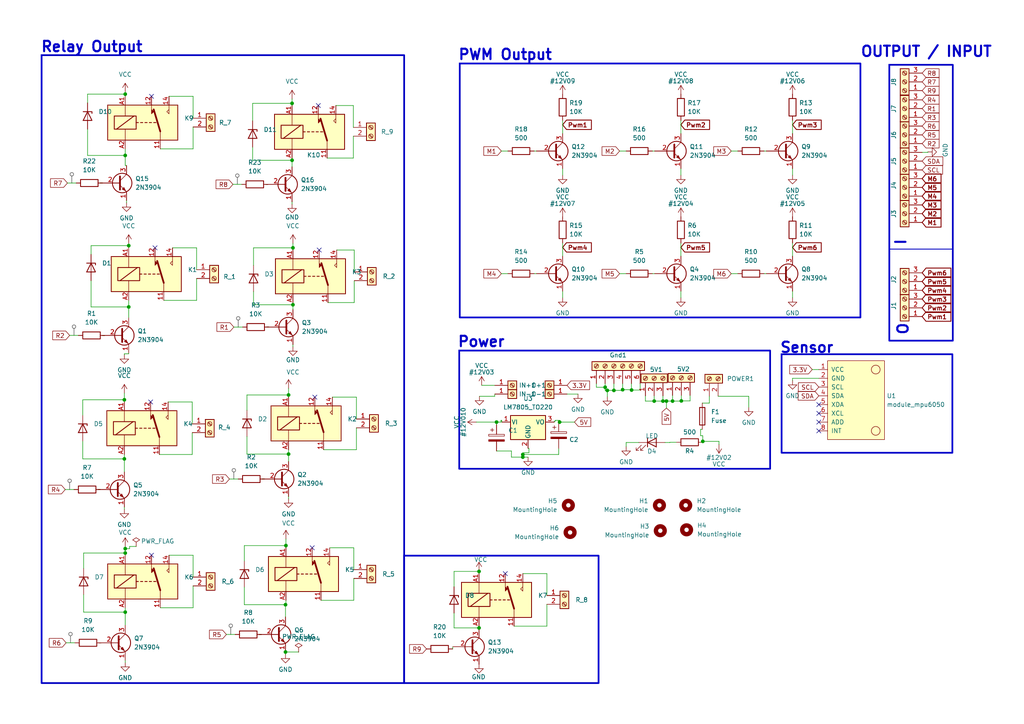
<source format=kicad_sch>
(kicad_sch (version 20230121) (generator eeschema)
  (paper "A4")
  (title_block (title "G Project") (date "2024-05-02") (rev "Shawky"))
  (junction (at 82.804 189.103))
  (junction (at 203.835 128.016))
  (junction (at 37.338 71.247))
  (junction (at 82.931 158.242))
  (junction (at 180.594 113.03))
  (junction (at 176.149 113.2332))
  (junction (at 84.709 46.482))
  (junction (at 189.738 116.332))
  (junction (at 183.1848 113.1316))
  (junction (at 195.072 116.332))
  (junction (at 138.938 165.735))
  (junction (at 151.638 132.588))
  (junction (at 37.338 89.027))
  (junction (at 83.693 131.699))
  (junction (at 36.068 115.951))
  (junction (at 82.804 175.387))
  (junction (at 36.322 159.131))
  (junction (at 197.612 116.2812))
  (junction (at 162.306 122.428))
  (junction (at 84.963 71.882))
  (junction (at 192.278 116.332))
  (junction (at 84.963 88.392))
  (junction (at 83.693 114.554))
  (junction (at 138.938 182.118))
  (junction (at 151.638 131.826))
  (junction (at 144.018 122.428))
  (junction (at 84.709 29.972))
  (junction (at 178.054 113.2332))
  (junction (at 36.322 27.305))
  (junction (at 175.514 112.3188))
  (junction (at 36.068 133.096))
  (junction (at 193.294 116.332))
  (junction (at 36.322 45.085))
  (junction (at 36.322 160.401))
  (junction (at 36.322 177.546))
  (no_connect (at 44.958 71.882))
  (no_connect (at 237.49 124.968))
  (no_connect (at 90.551 158.877))
  (no_connect (at 43.942 27.94))
  (no_connect (at 43.942 161.036))
  (no_connect (at 237.49 122.428))
  (no_connect (at 92.583 72.517))
  (no_connect (at 91.313 115.189))
  (no_connect (at 43.688 116.586))
  (no_connect (at 237.49 119.888))
  (no_connect (at 146.558 166.37))
  (no_connect (at 92.329 30.607))
  (no_connect (at 237.49 117.348))
  (wire (pts (xy 57.023 71.882) (xy 57.023 78.232)))
  (wire (pts (xy 56.007 176.276) (xy 46.482 176.276)))
  (wire (pts (xy 37.338 102.616) (xy 37.338 102.362)))
  (wire (pts (xy 102.489 39.497) (xy 102.489 45.847)))
  (wire (pts (xy 29.718 53.086) (xy 29.083 53.086)))
  (wire (pts (xy 36.322 158.496) (xy 36.322 159.131)))
  (wire (pts (xy 269.113 44.196) (xy 267.462 44.196)))
  (wire (pts (xy 83.693 144.018) (xy 83.693 144.653)))
  (wire (pts (xy 162.052 130.048) (xy 162.052 131.826)))
  (wire (pts (xy 158.623 181.61) (xy 149.098 181.61)))
  (wire (pts (xy 36.322 177.546) (xy 36.322 176.276)))
  (wire (pts (xy 203.2 124.5362) (xy 203.6826 124.5362)))
  (wire (pts (xy 20.193 97.282) (xy 22.733 97.282)))
  (wire (pts (xy 24.257 177.546) (xy 36.322 177.546)))
  (wire (pts (xy 24.257 160.401) (xy 36.322 160.401)))
  (wire (pts (xy 179.705 79.375) (xy 181.61 79.375)))
  (wire (pts (xy 24.257 164.846) (xy 24.257 160.401)))
  (wire (pts (xy 36.322 27.305) (xy 36.322 27.94)))
  (wire (pts (xy 131.699 177.8) (xy 131.699 182.118)))
  (wire (pts (xy 183.134 111.252) (xy 183.134 113.1316)))
  (wire (pts (xy 76.708 138.938) (xy 76.073 138.938)))
  (wire (pts (xy 237.49 109.728) (xy 229.87 109.728)))
  (wire (pts (xy 139.7 111.76) (xy 143.51 111.76)))
  (wire (pts (xy 97.409 30.607) (xy 102.489 30.607)))
  (wire (pts (xy 138.938 182.499) (xy 138.938 182.118)))
  (wire (pts (xy 193.294 116.332) (xy 195.072 116.332)))
  (wire (pts (xy 176.149 113.2332) (xy 178.054 113.2332)))
  (wire (pts (xy 164.465 114.3) (xy 167.64 114.3)))
  (wire (pts (xy 96.393 115.189) (xy 103.378 115.189)))
  (wire (pts (xy 175.514 112.3188) (xy 175.514 113.2332)))
  (wire (pts (xy 162.052 131.826) (xy 151.638 131.826)))
  (wire (pts (xy 36.068 114.046) (xy 36.068 115.951)))
  (wire (pts (xy 158.623 166.37) (xy 158.623 172.72)))
  (wire (pts (xy 36.068 136.906) (xy 36.068 133.096)))
  (wire (pts (xy 178.054 111.252) (xy 178.054 113.2332)))
  (wire (pts (xy 36.322 26.67) (xy 36.322 27.305)))
  (wire (pts (xy 161.036 122.174) (xy 160.782 122.174)))
  (wire (pts (xy 197.485 48.895) (xy 197.485 50.8)))
  (wire (pts (xy 36.322 181.356) (xy 36.322 177.546)))
  (wire (pts (xy 37.338 92.202) (xy 37.338 89.027)))
  (wire (pts (xy 197.612 114.681) (xy 197.612 116.2812)))
  (wire (pts (xy 197.3326 116.332) (xy 197.3326 116.2812)))
  (wire (pts (xy 163.195 70.485) (xy 163.195 74.295)))
  (wire (pts (xy 144.018 122.428) (xy 144.018 123.19)))
  (wire (pts (xy 24.003 133.096) (xy 36.068 133.096)))
  (wire (pts (xy 163.195 84.455) (xy 163.195 86.36)))
  (wire (pts (xy 179.705 43.815) (xy 181.61 43.815)))
  (wire (pts (xy 25.4 29.845) (xy 25.4 27.305)))
  (wire (pts (xy 73.533 71.882) (xy 84.963 71.882)))
  (wire (pts (xy 84.709 45.847) (xy 84.709 46.482)))
  (wire (pts (xy 56.007 169.926) (xy 56.007 176.276)))
  (wire (pts (xy 84.963 87.757) (xy 84.963 88.392)))
  (wire (pts (xy 158.623 175.26) (xy 158.623 181.61)))
  (wire (pts (xy 84.963 71.882) (xy 84.963 72.517)))
  (wire (pts (xy 197.485 34.925) (xy 197.485 38.735)))
  (wire (pts (xy 48.768 116.586) (xy 55.753 116.586)))
  (wire (pts (xy 24.003 128.016) (xy 24.003 133.096)))
  (wire (pts (xy 97.663 72.517) (xy 102.743 72.517)))
  (wire (pts (xy 36.322 191.516) (xy 36.322 192.151)))
  (wire (pts (xy 29.083 141.986) (xy 28.448 141.986)))
  (polyline (pts (xy 257.937 72.263) (xy 276.352 72.263)) (stroke (width 0.25)))
  (wire (pts (xy 70.866 162.687) (xy 70.866 158.242)))
  (wire (pts (xy 148.336 130.81) (xy 148.336 132.588)))
  (wire (pts (xy 82.931 175.387) (xy 82.931 174.117)))
  (wire (pts (xy 185.2676 128.3462) (xy 181.61 128.3462)))
  (wire (pts (xy 102.743 81.407) (xy 102.743 87.757)))
  (wire (pts (xy 84.709 46.482) (xy 84.709 48.387)))
  (wire (pts (xy 67.818 94.869) (xy 70.358 94.869)))
  (wire (pts (xy 75.819 184.023) (xy 75.184 184.023)))
  (wire (pts (xy 153.416 130.048) (xy 153.162 130.048)))
  (wire (pts (xy 102.743 72.517) (xy 102.743 78.867)))
  (wire (pts (xy 203.835 126.365) (xy 203.835 128.016)))
  (wire (pts (xy 39.497 158.496) (xy 37.592 158.496)))
  (wire (pts (xy 151.638 131.826) (xy 151.638 132.588)))
  (wire (pts (xy 181.61 128.3462) (xy 181.61 129.54)))
  (wire (pts (xy 37.338 71.247) (xy 37.338 71.882)))
  (wire (pts (xy 102.489 45.847) (xy 94.869 45.847)))
  (wire (pts (xy 83.693 131.699) (xy 83.693 130.429)))
  (wire (pts (xy 185.674 111.252) (xy 185.674 113.1316)))
  (wire (pts (xy 194.31 128.27) (xy 194.31 128.3462)))
  (wire (pts (xy 197.485 84.455) (xy 197.485 86.36)))
  (wire (pts (xy 103.378 124.079) (xy 103.378 130.429)))
  (wire (pts (xy 131.318 187.579) (xy 131.318 188.214)))
  (wire (pts (xy 102.616 174.117) (xy 93.091 174.117)))
  (wire (pts (xy 37.338 70.612) (xy 37.338 71.247)))
  (wire (pts (xy 57.023 87.122) (xy 47.498 87.122)))
  (wire (pts (xy 175.514 111.252) (xy 175.514 112.3188)))
  (wire (pts (xy 103.378 115.189) (xy 103.378 121.539)))
  (wire (pts (xy 229.87 109.728) (xy 229.87 110.363)))
  (wire (pts (xy 192.278 116.332) (xy 189.738 116.332)))
  (wire (pts (xy 145.288 121.92) (xy 145.542 121.92)))
  (wire (pts (xy 192.278 114.808) (xy 192.278 116.332)))
  (wire (pts (xy 208.28 114.935) (xy 217.17 114.935)))
  (wire (pts (xy 56.007 161.036) (xy 56.007 167.386)))
  (wire (pts (xy 26.416 81.407) (xy 26.416 89.027)))
  (wire (pts (xy 205.74 116.9162) (xy 205.74 114.935)))
  (wire (pts (xy 37.592 159.131) (xy 36.322 159.131)))
  (wire (pts (xy 183.1848 113.03) (xy 183.1848 113.1316)))
  (wire (pts (xy 229.87 34.925) (xy 229.87 38.735)))
  (wire (pts (xy 153.416 130.048) (xy 153.416 131.318)))
  (wire (pts (xy 189.23 43.815) (xy 189.865 43.815)))
  (wire (pts (xy 84.963 70.612) (xy 84.963 71.882)))
  (wire (pts (xy 83.693 114.554) (xy 83.693 115.189)))
  (wire (pts (xy 197.485 70.485) (xy 197.485 74.295)))
  (wire (pts (xy 192.278 116.332) (xy 193.294 116.332)))
  (wire (pts (xy 189.23 79.375) (xy 189.865 79.375)))
  (wire (pts (xy 82.804 175.387) (xy 82.931 175.387)))
  (wire (pts (xy 82.931 158.242) (xy 82.931 158.877)))
  (wire (pts (xy 269.113 44.069) (xy 269.113 44.196)))
  (wire (pts (xy 86.614 189.103) (xy 82.804 189.103)))
  (wire (pts (xy 138.938 182.118) (xy 138.938 181.61)))
  (wire (pts (xy 26.416 73.787) (xy 26.416 71.247)))
  (wire (pts (xy 162.306 122.428) (xy 166.624 122.428)))
  (wire (pts (xy 66.548 138.938) (xy 69.088 138.938)))
  (wire (pts (xy 36.068 147.066) (xy 36.068 147.701)))
  (wire (pts (xy 73.279 46.482) (xy 84.709 46.482)))
  (wire (pts (xy 154.94 79.375) (xy 155.575 79.375)))
  (wire (pts (xy 70.866 175.387) (xy 82.804 175.387)))
  (wire (pts (xy 71.628 131.699) (xy 83.693 131.699)))
  (wire (pts (xy 180.594 111.252) (xy 180.594 113.03)))
  (wire (pts (xy 36.703 58.166) (xy 36.703 58.801)))
  (wire (pts (xy 36.068 115.951) (xy 36.068 116.586)))
  (wire (pts (xy 25.4 27.305) (xy 36.322 27.305)))
  (wire (pts (xy 25.4 45.085) (xy 36.322 45.085)))
  (wire (pts (xy 71.628 118.999) (xy 71.628 114.554)))
  (wire (pts (xy 50.038 71.882) (xy 57.023 71.882)))
  (wire (pts (xy 144.018 130.81) (xy 148.336 130.81)))
  (wire (pts (xy 84.709 29.972) (xy 84.709 30.607)))
  (wire (pts (xy 83.693 112.649) (xy 83.693 114.554)))
  (wire (pts (xy 56.007 36.83) (xy 56.007 43.18)))
  (wire (pts (xy 18.923 141.986) (xy 21.463 141.986)))
  (wire (pts (xy 197.612 116.2812) (xy 197.3326 116.2812)))
  (wire (pts (xy 162.306 122.428) (xy 162.052 122.428)))
  (wire (pts (xy 102.616 167.767) (xy 102.616 174.117)))
  (wire (pts (xy 24.003 120.396) (xy 24.003 115.951)))
  (wire (pts (xy 189.738 116.332) (xy 187.198 116.332)))
  (wire (pts (xy 212.09 79.375) (xy 213.995 79.375)))
  (wire (pts (xy 102.743 87.757) (xy 95.123 87.757)))
  (wire (pts (xy 49.022 27.94) (xy 56.007 27.94)))
  (wire (pts (xy 29.337 186.436) (xy 28.702 186.436)))
  (wire (pts (xy 151.638 132.588) (xy 153.162 132.588)))
  (wire (pts (xy 71.628 114.554) (xy 83.693 114.554)))
  (wire (pts (xy 131.699 182.118) (xy 138.938 182.118)))
  (wire (pts (xy 163.195 48.895) (xy 163.195 50.8)))
  (wire (pts (xy 103.378 130.429) (xy 93.853 130.429)))
  (wire (pts (xy 203.6826 116.9162) (xy 205.74 116.9162)))
  (wire (pts (xy 197.612 116.2812) (xy 200.152 116.2812)))
  (wire (pts (xy 183.1848 113.1316) (xy 185.674 113.1316)))
  (wire (pts (xy 19.177 186.436) (xy 21.717 186.436)))
  (wire (pts (xy 175.514 113.2332) (xy 176.149 113.2332)))
  (wire (pts (xy 131.699 170.18) (xy 131.699 165.735)))
  (wire (pts (xy 138.176 122.428) (xy 144.018 122.428)))
  (wire (pts (xy 70.866 170.307) (xy 70.866 175.387)))
  (wire (pts (xy 235.585 107.188) (xy 237.49 107.188)))
  (wire (pts (xy 84.709 58.547) (xy 84.709 59.182)))
  (wire (pts (xy 195.072 114.681) (xy 195.072 116.332)))
  (wire (pts (xy 73.279 29.972) (xy 84.709 29.972)))
  (wire (pts (xy 193.294 118.364) (xy 193.294 116.332)))
  (wire (pts (xy 24.257 172.466) (xy 24.257 177.546)))
  (wire (pts (xy 65.659 184.023) (xy 68.199 184.023)))
  (wire (pts (xy 67.564 53.467) (xy 70.104 53.467)))
  (wire (pts (xy 71.628 126.619) (xy 71.628 131.699)))
  (wire (pts (xy 56.007 27.94) (xy 56.007 34.29)))
  (wire (pts (xy 102.616 158.877) (xy 102.616 165.227)))
  (wire (pts (xy 25.4 37.465) (xy 25.4 45.085)))
  (wire (pts (xy 145.415 43.815) (xy 147.32 43.815)))
  (wire (pts (xy 144.018 122.428) (xy 145.288 122.428)))
  (wire (pts (xy 194.31 128.3462) (xy 192.8876 128.3462)))
  (wire (pts (xy 172.974 112.3188) (xy 175.514 112.3188)))
  (wire (pts (xy 84.709 28.702) (xy 84.709 29.972)))
  (wire (pts (xy 138.938 165.608) (xy 138.938 165.735)))
  (polyline (pts (xy 276.352 72.263) (xy 276.352 71.882)))
  (wire (pts (xy 19.558 53.086) (xy 22.098 53.086)))
  (wire (pts (xy 153.416 131.318) (xy 151.638 131.318)))
  (wire (pts (xy 139.065 114.935) (xy 143.51 114.935)))
  (wire (pts (xy 131.699 165.735) (xy 138.938 165.735)))
  (wire (pts (xy 73.533 88.392) (xy 84.963 88.392)))
  (wire (pts (xy 148.336 132.588) (xy 151.638 132.588)))
  (wire (pts (xy 203.2 126.365) (xy 203.2 124.5362)))
  (wire (pts (xy 200.152 114.681) (xy 200.152 116.2812)))
  (wire (pts (xy 73.279 42.672) (xy 73.279 46.482)))
  (wire (pts (xy 37.592 158.496) (xy 37.592 159.131)))
  (wire (pts (xy 82.804 178.943) (xy 82.804 175.387)))
  (wire (pts (xy 73.279 35.052) (xy 73.279 29.972)))
  (wire (pts (xy 36.068 102.616) (xy 37.338 102.616)))
  (wire (pts (xy 24.003 115.951) (xy 36.068 115.951)))
  (wire (pts (xy 145.415 79.375) (xy 147.32 79.375)))
  (wire (pts (xy 180.594 113.03) (xy 180.594 113.2332)))
  (wire (pts (xy 73.533 84.582) (xy 73.533 88.392)))
  (wire (pts (xy 145.542 121.92) (xy 145.542 122.428)))
  (wire (pts (xy 36.322 48.006) (xy 36.322 45.085)))
  (wire (pts (xy 73.533 76.962) (xy 73.533 71.882)))
  (wire (pts (xy 145.288 122.428) (xy 145.288 121.92)))
  (wire (pts (xy 221.615 43.815) (xy 222.25 43.815)))
  (wire (pts (xy 138.938 165.735) (xy 138.938 166.37)))
  (wire (pts (xy 180.594 113.03) (xy 183.1848 113.03)))
  (wire (pts (xy 229.87 70.485) (xy 229.87 74.295)))
  (wire (pts (xy 30.353 97.282) (xy 29.718 97.282)))
  (wire (pts (xy 189.738 114.808) (xy 189.738 116.332)))
  (wire (pts (xy 151.638 131.318) (xy 151.638 131.826)))
  (wire (pts (xy 56.007 43.18) (xy 46.482 43.18)))
  (wire (pts (xy 183.134 113.1316) (xy 183.1848 113.1316)))
  (wire (pts (xy 26.416 89.027) (xy 37.338 89.027)))
  (wire (pts (xy 151.638 166.37) (xy 158.623 166.37)))
  (wire (pts (xy 178.054 113.2332) (xy 180.594 113.2332)))
  (wire (pts (xy 77.724 53.467) (xy 77.089 53.467)))
  (wire (pts (xy 187.198 114.808) (xy 187.198 116.332)))
  (wire (pts (xy 82.804 189.103) (xy 82.804 189.738)))
  (wire (pts (xy 221.615 79.375) (xy 222.25 79.375)))
  (wire (pts (xy 161.036 121.92) (xy 162.306 121.92)))
  (wire (pts (xy 203.835 128.016) (xy 203.835 128.27)))
  (wire (pts (xy 208.534 128.016) (xy 208.534 128.905)))
  (wire (pts (xy 195.072 116.332) (xy 197.3326 116.332)))
  (wire (pts (xy 143.51 114.935) (xy 143.51 114.3)))
  (wire (pts (xy 229.87 84.455) (xy 229.87 86.36)))
  (wire (pts (xy 57.023 80.772) (xy 57.023 87.122)))
  (wire (pts (xy 49.022 161.036) (xy 56.007 161.036)))
  (wire (pts (xy 84.963 99.949) (xy 84.963 100.584)))
  (wire (pts (xy 55.753 131.826) (xy 46.228 131.826)))
  (wire (pts (xy 203.835 126.365) (xy 203.2 126.365)))
  (wire (pts (xy 208.534 128.016) (xy 203.835 128.016)))
  (wire (pts (xy 70.866 158.242) (xy 82.931 158.242)))
  (wire (pts (xy 55.753 116.586) (xy 55.753 122.936)))
  (wire (pts (xy 26.416 71.247) (xy 37.338 71.247)))
  (wire (pts (xy 36.322 45.085) (xy 36.322 43.18)))
  (wire (pts (xy 161.036 121.92) (xy 161.036 122.174)))
  (wire (pts (xy 229.87 48.895) (xy 229.87 50.8)))
  (wire (pts (xy 194.31 128.27) (xy 196.215 128.27)))
  (wire (pts (xy 217.17 114.935) (xy 217.17 118.11)))
  (wire (pts (xy 77.978 94.869) (xy 77.343 94.869)))
  (wire (pts (xy 84.963 88.392) (xy 84.963 89.789)))
  (wire (pts (xy 36.322 160.401) (xy 36.322 161.036)))
  (wire (pts (xy 36.322 48.006) (xy 36.703 48.006)))
  (wire (pts (xy 36.068 102.616) (xy 36.068 102.87)))
  (wire (pts (xy 55.753 125.476) (xy 55.753 131.826)))
  (wire (pts (xy 82.931 156.337) (xy 82.931 158.242)))
  (wire (pts (xy 154.94 43.815) (xy 155.575 43.815)))
  (wire (pts (xy 37.338 89.027) (xy 37.338 87.122)))
  (wire (pts (xy 102.489 30.607) (xy 102.489 36.957)))
  (wire (pts (xy 163.195 34.925) (xy 163.195 38.735)))
  (wire (pts (xy 36.068 133.096) (xy 36.068 131.826)))
  (wire (pts (xy 176.149 113.2332) (xy 176.149 115.062)))
  (wire (pts (xy 212.09 43.815) (xy 213.995 43.815)))
  (wire (pts (xy 95.631 158.877) (xy 102.616 158.877)))
  (wire (pts (xy 172.974 111.252) (xy 172.974 112.3188)))
  (wire (pts (xy 83.693 133.858) (xy 83.693 131.699)))
  (wire (pts (xy 162.306 121.92) (xy 162.306 122.428)))
  (wire (pts (xy 36.322 159.131) (xy 36.322 160.401)))
  (wire (pts (xy 160.782 122.174) (xy 160.782 122.428)))
  (rectangle (start 12.065 16.002) (end 117.221 198.12) (stroke (width 0.5)))
  (rectangle (start 117.221 161.163) (end 173.609 198.12) (stroke (width 0.5)))
  (rectangle (start 257.937 18.796) (end 276.352 98.806) (stroke (width 0.5)))
  (rectangle (start 226.695 102.743) (end 276.225 131.318) (stroke (width 0.5)))
  (rectangle (start 133.1976 101.6762) (end 223.3676 135.9662) (stroke (width 0.5)))
  (rectangle (start 133.35 18.415) (end 249.555 92.075) (stroke (width 0.5)))
  (text "I" (at 263.017 71.501 90) (effects (font (size 3 3) bold) (justify left bottom)))
  (text "O" (at 263.652 97.536 90) (effects (font (size 3 3) bold) (justify left bottom)))
  (text "Sensor" (at 226.06 102.743 0) (effects (font (size 3 3) (thickness 0.6) bold) (justify left bottom)))
  (text "OUTPUT / INPUT" (at 249.428 16.891 0) (effects (font (size 3 3) bold) (justify left bottom)))
  (text "Power" (at 132.5626 101.0412 0) (effects (font (size 3 3) (thickness 0.6) bold) (justify left bottom)))
  (text "PWM Output" (at 132.715 17.78 0) (effects (font (size 3 3) bold) (justify left bottom)))
  (text "Relay Output" (at 11.684 15.494 0) (effects (font (size 3 3) (thickness 0.6) bold) (justify left bottom)))
  (global_label "R9" (shape input) (at 267.462 26.289 0) (property "Intersheetrefs" "${INTERSHEET_REFS}" (effects hide)))
  (global_label "R3" (shape input) (at 267.462 34.036 0) (property "Intersheetrefs" "${INTERSHEET_REFS}" (effects hide)))
  (global_label "Pwm5" (shape input) (at 197.485 71.755 0) (effects (font bold)) (property "Intersheetrefs" "${INTERSHEET_REFS}" (effects hide)))
  (global_label "5V" (shape input) (at 166.624 122.428 0) (property "Intersheetrefs" "${INTERSHEET_REFS}" (effects hide)))
  (global_label "Pwm6" (shape input) (at 229.87 71.755 0) (effects (font bold)) (property "Intersheetrefs" "${INTERSHEET_REFS}" (effects hide)))
  (global_label "Pwm3" (shape input) (at 229.87 36.195 0) (effects (font bold)) (property "Intersheetrefs" "${INTERSHEET_REFS}" (effects hide)))
  (global_label "R9" (shape input) (at 123.698 188.214 180) (property "Intersheetrefs" "${INTERSHEET_REFS}" (effects hide)))
  (global_label "Pwm1" (shape input) (at 267.462 91.821 0) (effects (font bold)) (property "Intersheetrefs" "${INTERSHEET_REFS}" (effects hide)))
  (global_label "Pwm2" (shape input) (at 197.485 36.195 0) (effects (font bold)) (property "Intersheetrefs" "${INTERSHEET_REFS}" (effects hide)))
  (global_label "Pwm2" (shape input) (at 267.462 89.281 0) (effects (font bold)) (property "Intersheetrefs" "${INTERSHEET_REFS}" (effects hide)))
  (global_label "R7" (shape input) (at 267.462 23.749 0) (property "Intersheetrefs" "${INTERSHEET_REFS}" (effects hide)))
  (global_label "M4" (shape input) (at 267.462 56.896 0) (effects (font (thickness 0.254) bold)) (property "Intersheetrefs" "${INTERSHEET_REFS}" (effects hide)))
  (global_label "R4" (shape input) (at 18.923 141.986 180) (property "Intersheetrefs" "${INTERSHEET_REFS}" (effects hide)))
  (global_label "R1" (shape input) (at 67.818 94.869 180) (property "Intersheetrefs" "${INTERSHEET_REFS}" (effects hide)))
  (global_label "R2" (shape input) (at 20.193 97.282 180) (property "Intersheetrefs" "${INTERSHEET_REFS}" (effects hide)))
  (global_label "M4" (shape input) (at 145.415 79.375 180) (property "Intersheetrefs" "${INTERSHEET_REFS}" (effects hide)))
  (global_label "M3" (shape input) (at 212.09 43.815 180) (property "Intersheetrefs" "${INTERSHEET_REFS}" (effects hide)))
  (global_label "SCL" (shape input) (at 237.49 112.268 180) (property "Intersheetrefs" "${INTERSHEET_REFS}" (effects hide)))
  (global_label "R3" (shape input) (at 66.548 138.938 180) (property "Intersheetrefs" "${INTERSHEET_REFS}" (effects hide)))
  (global_label "SDA" (shape input) (at 267.462 46.736 0) (property "Intersheetrefs" "${INTERSHEET_REFS}" (effects hide)))
  (global_label "Pwm1" (shape input) (at 163.195 36.195 0) (effects (font bold)) (property "Intersheetrefs" "${INTERSHEET_REFS}" (effects hide)))
  (global_label "M2" (shape input) (at 267.462 61.976 0) (effects (font (thickness 0.254) bold)) (property "Intersheetrefs" "${INTERSHEET_REFS}" (effects hide)))
  (global_label "Pwm5" (shape input) (at 267.462 81.661 0) (effects (font bold)) (property "Intersheetrefs" "${INTERSHEET_REFS}" (effects hide)))
  (global_label "R5" (shape input) (at 65.659 184.023 180) (property "Intersheetrefs" "${INTERSHEET_REFS}" (effects hide)))
  (global_label "M1" (shape input) (at 267.462 64.516 0) (effects (font (thickness 0.254) bold)) (property "Intersheetrefs" "${INTERSHEET_REFS}" (effects hide)))
  (global_label "Pwm4" (shape input) (at 267.462 84.201 0) (effects (font bold)) (property "Intersheetrefs" "${INTERSHEET_REFS}" (effects hide)))
  (global_label "R2" (shape input) (at 267.462 41.656 0) (property "Intersheetrefs" "${INTERSHEET_REFS}" (effects hide)))
  (global_label "R8" (shape input) (at 267.462 21.209 0) (property "Intersheetrefs" "${INTERSHEET_REFS}" (effects hide)))
  (global_label "M5" (shape input) (at 267.462 54.356 0) (effects (font (thickness 0.254) bold)) (property "Intersheetrefs" "${INTERSHEET_REFS}" (effects hide)))
  (global_label "M1" (shape input) (at 145.415 43.815 180) (property "Intersheetrefs" "${INTERSHEET_REFS}" (effects hide)))
  (global_label "R6" (shape input) (at 19.177 186.436 180) (property "Intersheetrefs" "${INTERSHEET_REFS}" (effects hide)))
  (global_label "SCL" (shape input) (at 267.462 49.276 0) (property "Intersheetrefs" "${INTERSHEET_REFS}" (effects hide)))
  (global_label "M3" (shape input) (at 267.462 59.436 0) (effects (font (thickness 0.254) bold)) (property "Intersheetrefs" "${INTERSHEET_REFS}" (effects hide)))
  (global_label "3.3V" (shape input) (at 235.585 107.188 180) (property "Intersheetrefs" "${INTERSHEET_REFS}" (effects hide)))
  (global_label "Pwm3" (shape input) (at 267.462 86.741 0) (effects (font bold)) (property "Intersheetrefs" "${INTERSHEET_REFS}" (effects hide)))
  (global_label "R8" (shape input) (at 67.564 53.467 180) (property "Intersheetrefs" "${INTERSHEET_REFS}" (effects hide)))
  (global_label "Pwm4" (shape input) (at 163.195 71.755 0) (effects (font bold)) (property "Intersheetrefs" "${INTERSHEET_REFS}" (effects hide)))
  (global_label "M5" (shape input) (at 179.705 79.375 180) (property "Intersheetrefs" "${INTERSHEET_REFS}" (effects hide)))
  (global_label "SDA" (shape input) (at 237.49 114.808 180) (property "Intersheetrefs" "${INTERSHEET_REFS}" (effects hide)))
  (global_label "M6" (shape input) (at 212.09 79.375 180) (property "Intersheetrefs" "${INTERSHEET_REFS}" (effects hide)))
  (global_label "R6" (shape input) (at 267.462 36.576 0) (property "Intersheetrefs" "${INTERSHEET_REFS}" (effects hide)))
  (global_label "R1" (shape input) (at 267.462 31.496 0) (property "Intersheetrefs" "${INTERSHEET_REFS}" (effects hide)))
  (global_label "M2" (shape input) (at 179.705 43.815 180) (property "Intersheetrefs" "${INTERSHEET_REFS}" (effects hide)))
  (global_label "5V" (shape input) (at 193.294 118.364 270) (property "Intersheetrefs" "${INTERSHEET_REFS}" (effects hide)))
  (global_label "M6" (shape input) (at 267.462 51.816 0) (effects (font (thickness 0.254) bold)) (property "Intersheetrefs" "${INTERSHEET_REFS}" (effects hide)))
  (global_label "Pwm6" (shape input) (at 267.462 79.121 0) (effects (font bold)) (property "Intersheetrefs" "${INTERSHEET_REFS}" (effects hide)))
  (global_label "R7" (shape input) (at 19.558 53.086 180) (property "Intersheetrefs" "${INTERSHEET_REFS}" (effects hide)))
  (global_label "R4" (shape input) (at 267.462 28.956 0) (property "Intersheetrefs" "${INTERSHEET_REFS}" (effects hide)))
  (global_label "3.3V" (shape input) (at 164.465 111.76 0) (property "Intersheetrefs" "${INTERSHEET_REFS}" (effects hide)))
  (global_label "R5" (shape input) (at 267.462 39.116 0) (property "Intersheetrefs" "${INTERSHEET_REFS}" (effects hide)))
  (netclass_flag "" (length 2.54) (shape round) (at 20.447 186.436 0) (property "Netclass" "signal" (effects hide)))
  (netclass_flag "" (length 2.54) (shape round) (at 66.929 184.023 0) (property "Netclass" "signal" (effects hide)))
  (netclass_flag "" (length 2.54) (shape round) (at 20.193 141.986 0) (property "Netclass" "signal" (effects hide)))
  (netclass_flag "" (length 2.54) (shape round) (at 21.463 97.282 0) (property "Netclass" "signal" (effects hide)))
  (netclass_flag "" (length 2.54) (shape round) (at 68.834 53.467 0) (property "Netclass" "signal" (effects hide)))
  (netclass_flag "" (length 2.54) (shape round) (at 69.088 94.869 0) (property "Netclass" "signal" (effects hide)))
  (netclass_flag "" (length 2.54) (shape round) (at 67.818 138.938 0) (property "Netclass" "signal" (effects hide)))
  (netclass_flag "" (length 2.54) (shape round) (at 20.828 53.086 0) (property "Netclass" "signal" (effects hide)))
  (symbol (lib_id "Connector:Screw_Terminal_01x02") (at 61.087 167.386 0) (unit 1)
    (property "Reference" "R_6" (at 64.262 168.656 0) (effects (justify left)))
    (property "Value" "Screw_Terminal_01x02" (effects hide))
    (property "Footprint" "TerminalBlock_Phoenix:TerminalBlock_Phoenix_MKDS-1,5-2_1x02_P5.00mm_Horizontal" (effects hide))
  )
  (symbol (lib_id "Diode:1N47xxA") (at 73.533 80.772 270) (unit 1)
    (property "Reference" "D3" (at 76.708 79.502 90) (effects (justify left)))
    (property "Value" "1N47xxA" (effects hide))
    (property "Footprint" "Diode_THT:D_DO-41_SOD81_P10.16mm_Horizontal" (effects hide))
    (property "Datasheet" "https://www.vishay.com/docs/85816/1n4728a.pdf" (effects hide))
  )
  (symbol (lib_id "Diode:1N47xxA") (at 24.003 124.206 270) (unit 1)
    (property "Reference" "D5" (at 27.178 122.936 90) (effects (justify left)))
    (property "Value" "1N47xxA" (effects hide))
    (property "Footprint" "Diode_THT:D_DO-41_SOD81_P10.16mm_Horizontal" (effects hide))
    (property "Datasheet" "https://www.vishay.com/docs/85816/1n4728a.pdf" (effects hide))
  )
  (symbol (lib_id "power:GND") (at 153.162 132.588 0) (unit 1)
    (property "Reference" "#PWR028" (effects hide))
    (property "Value" "GND" (at 153.162 137.033 0))
  )
  (symbol (lib_id "Device:Fuse") (at 203.6826 120.7262 0) (unit 1)
    (property "Reference" "F1" (at 206.2226 119.4562 0) (effects (justify left)))
    (property "Value" "Fuse" (at 206.2226 121.9962 0) (effects (justify left)))
    (property "Footprint" "rob fuse:FUSE_4628" (effects hide))
  )
  (symbol (lib_id "power:VCC") (at 139.7 111.76 0) (unit 1)
    (property "Reference" "#12V03" (at 139.7 107.95 0))
    (property "Value" "VCC" (at 139.7 106.045 0))
  )
  (symbol (lib_id "power:GND") (at 36.322 192.151 0) (unit 1)
    (property "Reference" "#PWR019" (effects hide))
    (property "Value" "GND" (at 36.322 196.596 0))
  )
  (symbol (lib_id "Transistor_BJT:2N3904") (at 227.33 43.815 0) (unit 1)
    (property "Reference" "Q9" (at 232.41 42.545 0) (effects (justify left)))
    (property "Value" "2N3904" (at 232.41 45.085 0) (effects (justify left)))
    (property "Footprint" "Package_TO_SOT_THT:TO-92_Inline" (effects hide))
    (property "Datasheet" "https://www.onsemi.com/pub/Collateral/2N3903-D.PDF" (effects hide))
  )
  (symbol (lib_id "Transistor_BJT:2N3904") (at 81.153 138.938 0) (unit 1)
    (property "Reference" "Q2" (at 86.233 137.668 0) (effects (justify left)))
    (property "Value" "2N3904" (at 86.233 140.208 0) (effects (justify left)))
    (property "Footprint" "Package_TO_SOT_THT:TO-92_Inline" (effects hide))
    (property "Datasheet" "https://www.onsemi.com/pub/Collateral/2N3903-D.PDF" (effects hide))
  )
  (symbol (lib_id "Device:R") (at 74.168 94.869 270) (unit 1)
    (property "Reference" "R3" (at 74.168 88.519 90))
    (property "Value" "10K" (at 74.168 91.059 90))
    (property "Footprint" "Resistor_THT:R_Axial_DIN0411_L9.9mm_D3.6mm_P15.24mm_Horizontal" (effects hide))
  )
  (symbol (lib_id "Diode:1N47xxA") (at 71.628 122.809 270) (unit 1)
    (property "Reference" "D2" (at 74.803 121.539 90) (effects (justify left)))
    (property "Value" "1N47xxA" (effects hide))
    (property "Footprint" "Diode_THT:D_DO-41_SOD81_P10.16mm_Horizontal" (effects hide))
    (property "Datasheet" "https://www.vishay.com/docs/85816/1n4728a.pdf" (effects hide))
  )
  (symbol (lib_id "Device:R") (at 217.805 43.815 270) (unit 1)
    (property "Reference" "R12" (at 217.805 37.465 90))
    (property "Value" "500" (at 217.805 40.005 90))
    (property "Footprint" "Resistor_SMD:R_1206_3216Metric_Pad1.30x1.75mm_HandSolder" (effects hide))
  )
  (symbol (lib_id "Diode:1N47xxA") (at 26.416 77.597 270) (unit 1)
    (property "Reference" "D1" (at 29.591 76.327 90) (effects (justify left)))
    (property "Value" "1N47xxA" (effects hide))
    (property "Footprint" "Diode_THT:D_DO-41_SOD81_P10.16mm_Horizontal" (effects hide))
    (property "Datasheet" "https://www.vishay.com/docs/85816/1n4728a.pdf" (effects hide))
  )
  (symbol (lib_id "power:VCC") (at 82.931 156.337 0) (unit 1)
    (property "Reference" "#PWR016" (effects hide))
    (property "Value" "VCC" (at 83.693 151.765 0))
  )
  (symbol (lib_id "power:GND") (at 138.938 192.659 0) (unit 1)
    (property "Reference" "#PWR026" (effects hide))
    (property "Value" "GND" (at 138.811 196.342 0))
  )
  (symbol (lib_id "power:GND") (at 163.195 86.36 0) (unit 1)
    (property "Reference" "#PWR022" (effects hide))
    (property "Value" "GND" (at 163.195 90.805 0))
  )
  (symbol (lib_id "power:VCC") (at 37.338 70.612 0) (unit 1)
    (property "Reference" "#PWR01" (effects hide))
    (property "Value" "VCC" (at 37.338 65.532 0))
  )
  (symbol (lib_id "Transistor_BJT:2N3904") (at 34.163 53.086 0) (unit 1)
    (property "Reference" "Q15" (at 39.243 51.816 0) (effects (justify left)))
    (property "Value" "2N3904" (at 39.243 54.356 0) (effects (justify left)))
    (property "Footprint" "Package_TO_SOT_THT:TO-92_Inline" (effects hide))
    (property "Datasheet" "https://www.onsemi.com/pub/Collateral/2N3903-D.PDF" (effects hide))
  )
  (symbol (lib_id "Connector:Screw_Terminal_01x02") (at 62.103 78.232 0) (unit 1)
    (property "Reference" "R_1" (at 64.77 80.264 0) (effects (justify left)))
    (property "Value" "Screw_Terminal_01x02" (effects hide))
    (property "Footprint" "TerminalBlock_Phoenix:TerminalBlock_Phoenix_MKDS-1,5-2_1x02_P5.00mm_Horizontal" (effects hide))
  )
  (symbol (lib_id "Connector:Screw_Terminal_01x03") (at 262.382 81.661 180) (unit 1)
    (property "Reference" "J2" (at 259.207 82.296 90) (effects (justify right)))
    (property "Value" "Screw_Terminal_01x03" (effects hide))
    (property "Footprint" "TerminalBlock_Phoenix:TerminalBlock_Phoenix_MKDS-3-3-5.08_1x03_P5.08mm_Horizontal" (effects hide))
  )
  (symbol (lib_id "power:GND") (at 229.87 86.36 0) (unit 1)
    (property "Reference" "#PWR020" (effects hide))
    (property "Value" "GND" (at 229.87 90.805 0))
  )
  (symbol (lib_id "power:VCC") (at 84.709 28.702 0) (unit 1)
    (property "Reference" "#PWR032" (effects hide))
    (property "Value" "VCC" (at 84.709 23.622 0))
  )
  (symbol (lib_id "Connector:Screw_Terminal_01x03") (at 262.382 46.736 180) (unit 1)
    (property "Reference" "J5" (at 259.207 48.006 90) (effects (justify right)))
    (property "Value" "Screw_Terminal_01x03" (effects hide))
    (property "Footprint" "TerminalBlock_Phoenix:TerminalBlock_Phoenix_MKDS-3-3-5.08_1x03_P5.08mm_Horizontal" (effects hide))
  )
  (symbol (lib_id "Device:R") (at 185.42 79.375 270) (unit 1)
    (property "Reference" "R5" (at 185.42 73.025 90))
    (property "Value" "500" (at 185.42 75.565 90))
    (property "Footprint" "Resistor_SMD:R_1206_3216Metric_Pad1.30x1.75mm_HandSolder" (effects hide))
  )
  (symbol (lib_id "Transistor_BJT:2N3904") (at 194.945 79.375 0) (unit 1)
    (property "Reference" "Q4" (at 200.025 78.105 0) (effects (justify left)))
    (property "Value" "2N3904" (at 200.025 80.645 0) (effects (justify left)))
    (property "Footprint" "Package_TO_SOT_THT:TO-92_Inline" (effects hide))
    (property "Datasheet" "https://www.onsemi.com/pub/Collateral/2N3903-D.PDF" (effects hide))
  )
  (symbol (lib_id "Relay:Relay_SPDT") (at 41.402 35.56 0) (unit 1)
    (property "Reference" "K9" (at 53.467 34.29 0) (effects (justify left)))
    (property "Value" "Relay_SPDT" (effects hide))
    (property "Footprint" "Relay_THT:Relay_SPDT_Finder_36.11" (effects hide))
  )
  (symbol (lib_id "power:GND") (at 176.149 115.062 0) (unit 1)
    (property "Reference" "#PWR09" (effects hide))
    (property "Value" "GND" (at 176.149 119.507 0))
  )
  (symbol (lib_id "Device:R") (at 151.13 79.375 270) (unit 1)
    (property "Reference" "R14" (at 151.13 73.025 90))
    (property "Value" "500" (at 151.13 75.565 90))
    (property "Footprint" "Resistor_SMD:R_1206_3216Metric_Pad1.30x1.75mm_HandSolder" (effects hide))
  )
  (symbol (lib_id "Connector:Screw_Terminal_01x02") (at 163.703 172.72 0) (unit 1)
    (property "Reference" "R_8" (at 166.878 173.99 0) (effects (justify left)))
    (property "Value" "Screw_Terminal_01x02" (effects hide))
    (property "Footprint" "TerminalBlock_Phoenix:TerminalBlock_Phoenix_MKDS-1,5-2_1x02_P5.00mm_Horizontal" (effects hide))
  )
  (symbol (lib_id "power:VCC") (at 138.938 165.608 0) (unit 1)
    (property "Reference" "#PWR027" (effects hide))
    (property "Value" "VCC" (at 139.446 162.306 0))
  )
  (symbol (lib_id "Connector:Screw_Terminal_01x03") (at 262.382 54.356 180) (unit 1)
    (property "Reference" "J4" (at 259.207 54.991 90) (effects (justify right)))
    (property "Value" "Screw_Terminal_01x03" (effects hide))
    (property "Footprint" "TerminalBlock_Phoenix:TerminalBlock_Phoenix_MKDS-3-3-5.08_1x03_P5.08mm_Horizontal" (effects hide))
  )
  (symbol (lib_id "Relay:Relay_SPDT") (at 42.418 79.502 0) (unit 1)
    (property "Reference" "K1" (at 54.483 78.232 0) (effects (justify left)))
    (property "Value" "Relay_SPDT" (effects hide))
    (property "Footprint" "Relay_THT:Relay_SPDT_Finder_36.11" (effects hide))
  )
  (symbol (lib_id "Connector:Screw_Terminal_01x03") (at 262.382 23.749 180) (unit 1)
    (property "Reference" "J8" (at 259.207 25.019 90) (effects (justify right)))
    (property "Value" "Screw_Terminal_01x03" (effects hide))
    (property "Footprint" "TerminalBlock_Phoenix:TerminalBlock_Phoenix_MKDS-3-3-5.08_1x03_P5.08mm_Horizontal" (effects hide))
  )
  (symbol (lib_id "Transistor_BJT:2N3904") (at 80.264 184.023 0) (unit 1)
    (property "Reference" "Q6" (at 85.344 182.753 0) (effects (justify left)))
    (property "Value" "2N3904" (at 85.344 185.293 0) (effects (justify left)))
    (property "Footprint" "Package_TO_SOT_THT:TO-92_Inline" (effects hide))
    (property "Datasheet" "https://www.onsemi.com/pub/Collateral/2N3903-D.PDF" (effects hide))
  )
  (symbol (lib_id "power:GND") (at 229.87 110.363 0) (unit 1)
    (property "Reference" "#PWR03" (effects hide))
    (property "Value" "GND" (at 229.87 114.808 0))
  )
  (symbol (lib_id "Mechanical:MountingHole") (at 198.882 146.558 0) (mirror y) (unit 1)
    (property "Reference" "H2" (at 202.057 145.288 0) (effects (justify right)))
    (property "Value" "MountingHole" (at 202.057 147.828 0) (effects (justify right)))
    (property "Footprint" "MountingHole:MountingHole_3.2mm_M3" (effects hide))
  )
  (symbol (lib_id "Device:R") (at 163.195 31.115 180) (unit 1)
    (property "Reference" "R19" (at 165.1 29.845 0) (effects (justify right)))
    (property "Value" "10K" (at 165.1 32.385 0) (effects (justify right)))
    (property "Footprint" "Resistor_THT:R_Axial_DIN0207_L6.3mm_D2.5mm_P10.16mm_Horizontal" (effects hide))
  )
  (symbol (lib_id "power:VCC") (at 36.068 114.046 0) (unit 1)
    (property "Reference" "#PWR014" (effects hide))
    (property "Value" "VCC" (at 36.068 108.966 0))
  )
  (symbol (lib_id "Connector:Screw_Terminal_01x03") (at 262.382 31.496 180) (unit 1)
    (property "Reference" "J7" (at 259.207 32.766 90) (effects (justify right)))
    (property "Value" "Screw_Terminal_01x03" (effects hide))
    (property "Footprint" "TerminalBlock_Phoenix:TerminalBlock_Phoenix_MKDS-3-3-5.08_1x03_P5.08mm_Horizontal" (effects hide))
  )
  (symbol (lib_id "Device:R") (at 73.914 53.467 270) (unit 1)
    (property "Reference" "R23" (at 73.914 47.117 90))
    (property "Value" "10K" (at 73.914 49.657 90))
    (property "Footprint" "Resistor_THT:R_Axial_DIN0411_L9.9mm_D3.6mm_P15.24mm_Horizontal" (effects hide))
  )
  (symbol (lib_id "Diode:1N47xxA") (at 25.4 33.655 270) (unit 1)
    (property "Reference" "D10" (at 28.575 32.385 90) (effects (justify left)))
    (property "Value" "1N47xxA" (effects hide))
    (property "Footprint" "Diode_THT:D_DO-41_SOD81_P10.16mm_Horizontal" (effects hide))
    (property "Datasheet" "https://www.vishay.com/docs/85816/1n4728a.pdf" (effects hide))
  )
  (symbol (lib_id "Connector:Screw_Terminal_01x03") (at 189.738 109.728 90) (unit 1)
    (property "Reference" "5V1" (at 188.468 107.188 90) (effects (justify right)))
    (property "Value" "Screw_Terminal_01x03" (effects hide))
    (property "Footprint" "Connector_PinSocket_2.54mm:PinSocket_1x03_P2.54mm_Vertical" (effects hide))
  )
  (symbol (lib_id "Device:R") (at 185.42 43.815 270) (unit 1)
    (property "Reference" "R16" (at 185.42 37.465 90))
    (property "Value" "500" (at 185.42 40.005 90))
    (property "Footprint" "Resistor_SMD:R_1206_3216Metric_Pad1.30x1.75mm_HandSolder" (effects hide))
  )
  (symbol (lib_id "Device:R") (at 127.508 188.214 270) (unit 1)
    (property "Reference" "R20" (at 127.508 181.864 90))
    (property "Value" "10K" (at 127.508 184.404 90))
    (property "Footprint" "Resistor_THT:R_Axial_DIN0411_L9.9mm_D3.6mm_P15.24mm_Horizontal" (effects hide))
  )
  (symbol (lib_id "power:GND") (at 163.195 50.8 0) (unit 1)
    (property "Reference" "#PWR024" (effects hide))
    (property "Value" "GND" (at 163.195 55.245 0))
  )
  (symbol (lib_id "Device:R") (at 197.485 31.115 180) (unit 1)
    (property "Reference" "R17" (at 199.39 29.845 0) (effects (justify right)))
    (property "Value" "10K" (at 199.39 32.385 0) (effects (justify right)))
    (property "Footprint" "Resistor_THT:R_Axial_DIN0207_L6.3mm_D2.5mm_P10.16mm_Horizontal" (effects hide))
  )
  (symbol (lib_id "Mechanical:MountingHole") (at 199.136 153.67 180) (unit 1)
    (property "Reference" "H4" (at 202.184 152.4 0) (effects (justify right)))
    (property "Value" "MountingHole" (at 202.184 154.94 0) (effects (justify right)))
    (property "Footprint" "MountingHole:MountingHole_3.2mm_M3" (effects hide))
  )
  (symbol (lib_id "Device:R") (at 25.273 141.986 270) (unit 1)
    (property "Reference" "R7" (at 25.273 135.636 90))
    (property "Value" "10K" (at 25.273 138.176 90))
    (property "Footprint" "Resistor_THT:R_Axial_DIN0411_L9.9mm_D3.6mm_P15.24mm_Horizontal" (effects hide))
  )
  (symbol (lib_id "sensor:module_mpu6050") (at 237.49 124.968 0) (unit 1)
    (property "Reference" "U1" (at 257.175 114.808 0) (effects (justify left)))
    (property "Value" "module_mpu6050" (at 257.175 117.348 0) (effects (justify left)))
    (property "Footprint" "sensors:module_mpu6050" (effects hide))
  )
  (symbol (lib_id "Transistor_BJT:2N3904") (at 82.169 53.467 0) (unit 1)
    (property "Reference" "Q16" (at 87.249 52.197 0) (effects (justify left)))
    (property "Value" "2N3904" (at 87.249 54.737 0) (effects (justify left)))
    (property "Footprint" "Package_TO_SOT_THT:TO-92_Inline" (effects hide))
    (property "Datasheet" "https://www.onsemi.com/pub/Collateral/2N3903-D.PDF" (effects hide))
  )
  (symbol (lib_id "power:GND") (at 217.17 118.11 0) (unit 1)
    (property "Reference" "#PWR010" (effects hide))
    (property "Value" "GND" (at 217.17 122.555 0))
  )
  (symbol (lib_id "Device:LED") (at 189.0776 128.3462 0) (unit 1)
    (property "Reference" "D4" (at 189.0776 130.8862 0))
    (property "Value" "LED" (at 189.0776 126.4412 0))
    (property "Footprint" "LED_THT:LED_D5.0mm" (effects hide))
  )
  (symbol (lib_id "Connector:Screw_Terminal_01x02") (at 107.569 36.957 0) (unit 1)
    (property "Reference" "R_9" (at 110.49 38.227 0) (effects (justify left)))
    (property "Value" "Screw_Terminal_01x02" (effects hide))
    (property "Footprint" "TerminalBlock_Phoenix:TerminalBlock_Phoenix_MKDS-1,5-2_1x02_P5.00mm_Horizontal" (effects hide))
  )
  (symbol (lib_id "power:VCC") (at 229.87 27.305 0) (unit 1)
    (property "Reference" "#12V06" (at 229.87 23.495 0))
    (property "Value" "VCC" (at 229.87 21.59 0))
  )
  (symbol (lib_id "Transistor_BJT:2N3904") (at 82.423 94.869 0) (unit 1)
    (property "Reference" "Q3" (at 87.503 93.599 0) (effects (justify left)))
    (property "Value" "2N3904" (at 87.503 96.139 0) (effects (justify left)))
    (property "Footprint" "Package_TO_SOT_THT:TO-92_Inline" (effects hide))
    (property "Datasheet" "https://www.onsemi.com/pub/Collateral/2N3903-D.PDF" (effects hide))
  )
  (symbol (lib_id "Connector:Screw_Terminal_01x01") (at 159.385 114.3 180) (unit 1)
    (property "Reference" "O-1" (at 156.21 114.3 0))
    (property "Value" "Screw_Terminal_01x01" (effects hide))
    (property "Footprint" "Connector_PinHeader_2.54mm:PinHeader_1x01_P2.54mm_Vertical" (effects hide))
  )
  (symbol (lib_id "Diode:1N47xxA") (at 70.866 166.497 270) (unit 1)
    (property "Reference" "D6" (at 74.041 165.227 90) (effects (justify left)))
    (property "Value" "1N47xxA" (effects hide))
    (property "Footprint" "Diode_THT:D_DO-41_SOD81_P10.16mm_Horizontal" (effects hide))
    (property "Datasheet" "https://www.vishay.com/docs/85816/1n4728a.pdf" (effects hide))
  )
  (symbol (lib_id "Relay:Relay_SPDT") (at 88.011 166.497 0) (unit 1)
    (property "Reference" "K5" (at 100.076 165.227 0) (effects (justify left)))
    (property "Value" "Relay_SPDT" (effects hide))
    (property "Footprint" "Relay_THT:Relay_SPDT_Finder_36.11" (effects hide))
  )
  (symbol (lib_id "power:GND") (at 36.068 102.87 0) (unit 1)
    (property "Reference" "#PWR02" (effects hide))
    (property "Value" "GND" (at 36.068 107.315 0))
  )
  (symbol (lib_id "power:GND") (at 36.068 147.701 0) (unit 1)
    (property "Reference" "#PWR015" (effects hide))
    (property "Value" "GND" (at 36.068 152.146 0))
  )
  (symbol (lib_id "Device:R") (at 25.908 53.086 270) (unit 1)
    (property "Reference" "R22" (at 25.908 46.736 90))
    (property "Value" "10K" (at 25.908 49.276 90))
    (property "Footprint" "Resistor_THT:R_Axial_DIN0411_L9.9mm_D3.6mm_P15.24mm_Horizontal" (effects hide))
  )
  (symbol (lib_id "power:PWR_FLAG") (at 86.614 189.103 0) (unit 1)
    (property "Reference" "#FLG03" (effects hide))
    (property "Value" "PWR_FLAG" (at 86.614 184.658 0))
  )
  (symbol (lib_id "Diode:1N47xxA") (at 24.257 168.656 270) (unit 1)
    (property "Reference" "D7" (at 27.432 167.386 90) (effects (justify left)))
    (property "Value" "1N47xxA" (effects hide))
    (property "Footprint" "Diode_THT:D_DO-41_SOD81_P10.16mm_Horizontal" (effects hide))
    (property "Datasheet" "https://www.vishay.com/docs/85816/1n4728a.pdf" (effects hide))
  )
  (symbol (lib_id "Transistor_BJT:2N3904") (at 33.782 186.436 0) (unit 1)
    (property "Reference" "Q7" (at 38.862 185.166 0) (effects (justify left)))
    (property "Value" "2N3904" (at 38.862 187.706 0) (effects (justify left)))
    (property "Footprint" "Package_TO_SOT_THT:TO-92_Inline" (effects hide))
    (property "Datasheet" "https://www.onsemi.com/pub/Collateral/2N3903-D.PDF" (effects hide))
  )
  (symbol (lib_id "power:GND") (at 167.64 114.3 0) (unit 1)
    (property "Reference" "#PWR012" (effects hide))
    (property "Value" "GND" (at 167.64 118.745 0))
  )
  (symbol (lib_id "power:GND") (at 197.485 86.36 0) (unit 1)
    (property "Reference" "#PWR013" (effects hide))
    (property "Value" "GND" (at 197.485 90.805 0))
  )
  (symbol (lib_id "Connector:Screw_Terminal_01x06") (at 178.054 106.172 90) (unit 1)
    (property "Reference" "Gnd1" (at 176.784 102.997 90) (effects (justify right)))
    (property "Value" "Screw_Terminal_01x03" (effects hide))
    (property "Footprint" "Connector_PinSocket_2.54mm:PinSocket_1x06_P2.54mm_Vertical" (effects hide))
  )
  (symbol (lib_id "Device:R") (at 229.87 31.115 180) (unit 1)
    (property "Reference" "R13" (at 231.775 29.845 0) (effects (justify right)))
    (property "Value" "10K" (at 231.775 32.385 0) (effects (justify right)))
    (property "Footprint" "Resistor_THT:R_Axial_DIN0207_L6.3mm_D2.5mm_P10.16mm_Horizontal" (effects hide))
  )
  (symbol (lib_id "Connector:Screw_Terminal_01x01") (at 159.385 111.76 180) (unit 1)
    (property "Reference" "O+1" (at 156.21 111.76 0))
    (property "Value" "Screw_Terminal_01x01" (effects hide))
    (property "Footprint" "Connector_PinHeader_2.54mm:PinHeader_1x01_P2.54mm_Vertical" (effects hide))
  )
  (symbol (lib_id "power:VCC") (at 229.87 62.865 0) (unit 1)
    (property "Reference" "#12V05" (at 229.87 59.055 0))
    (property "Value" "VCC" (at 229.87 57.15 0))
  )
  (symbol (lib_id "Connector:Screw_Terminal_01x02") (at 205.74 109.855 90) (unit 1)
    (property "Reference" "POWER1" (at 210.82 109.855 90) (effects (justify right)))
    (property "Value" "Screw_Terminal_01x02" (effects hide))
    (property "Footprint" "TerminalBlock:TerminalBlock_Altech_AK300-2_P5.00mm" (effects hide))
  )
  (symbol (lib_id "Device:R") (at 72.898 138.938 270) (unit 1)
    (property "Reference" "R2" (at 72.898 132.588 90))
    (property "Value" "10K" (at 72.898 135.128 90))
    (property "Footprint" "Resistor_THT:R_Axial_DIN0411_L9.9mm_D3.6mm_P15.24mm_Horizontal" (effects hide))
  )
  (symbol (lib_id "Transistor_BJT:2N3904") (at 227.33 79.375 0) (unit 1)
    (property "Reference" "Q8" (at 232.41 78.105 0) (effects (justify left)))
    (property "Value" "2N3904" (at 232.41 80.645 0) (effects (justify left)))
    (property "Footprint" "Package_TO_SOT_THT:TO-92_Inline" (effects hide))
    (property "Datasheet" "https://www.onsemi.com/pub/Collateral/2N3903-D.PDF" (effects hide))
  )
  (symbol (lib_id "power:GND") (at 84.963 100.584 0) (unit 1)
    (property "Reference" "#PWR07" (effects hide))
    (property "Value" "GND" (at 84.963 104.394 0))
  )
  (symbol (lib_id "Relay:Relay_SPDT") (at 41.402 168.656 0) (unit 1)
    (property "Reference" "K6" (at 53.467 167.386 0) (effects (justify left)))
    (property "Value" "Relay_SPDT" (effects hide))
    (property "Footprint" "Relay_THT:Relay_SPDT_Finder_36.11" (effects hide))
  )
  (symbol (lib_id "Device:C_Polarized") (at 144.018 127 0) (unit 1)
    (property "Reference" "C1" (at 147.447 124.841 0) (effects (justify left)))
    (property "Value" "C_Polarized" (effects hide))
    (property "Footprint" "Capacitor_THT:CP_Radial_D5.0mm_P2.00mm" (effects hide))
  )
  (symbol (lib_id "power:VCC") (at 163.195 62.865 0) (unit 1)
    (property "Reference" "#12V07" (at 163.195 59.055 0))
    (property "Value" "VCC" (at 163.195 57.15 0))
  )
  (symbol (lib_id "Connector:Screw_Terminal_01x03") (at 197.612 109.601 90) (unit 1)
    (property "Reference" "5V2" (at 196.342 107.061 90) (effects (justify right)))
    (property "Value" "Screw_Terminal_01x03" (effects hide))
    (property "Footprint" "Connector_PinSocket_2.54mm:PinSocket_1x03_P2.54mm_Vertical" (effects hide))
  )
  (symbol (lib_id "Connector:Screw_Terminal_01x01") (at 148.59 111.76 0) (unit 1)
    (property "Reference" "IN+1" (at 150.495 111.76 0) (effects (justify left)))
    (property "Value" "Screw_Terminal_01x01" (effects hide))
    (property "Footprint" "Connector_PinHeader_2.54mm:PinHeader_1x01_P2.54mm_Vertical" (effects hide))
  )
  (symbol (lib_id "power:VCC") (at 36.322 158.496 0) (unit 1)
    (property "Reference" "#PWR018" (effects hide))
    (property "Value" "VCC" (at 36.322 154.432 0))
  )
  (symbol (lib_id "Transistor_BJT:2N3904") (at 160.655 79.375 0) (unit 1)
    (property "Reference" "Q10" (at 165.735 78.105 0) (effects (justify left)))
    (property "Value" "2N3904" (at 165.735 80.645 0) (effects (justify left)))
    (property "Footprint" "Package_TO_SOT_THT:TO-92_Inline" (effects hide))
    (property "Datasheet" "https://www.onsemi.com/pub/Collateral/2N3903-D.PDF" (effects hide))
  )
  (symbol (lib_id "power:VCC") (at 197.485 62.865 0) (unit 1)
    (property "Reference" "#12V04" (at 197.485 59.055 0))
    (property "Value" "VCC" (at 197.485 57.15 0))
  )
  (symbol (lib_id "power:VCC") (at 84.963 70.612 0) (unit 1)
    (property "Reference" "#PWR06" (effects hide))
    (property "Value" "VCC" (at 84.963 65.532 0))
  )
  (symbol (lib_id "Mechanical:MountingHole") (at 191.262 146.558 0) (unit 1)
    (property "Reference" "H1" (at 188.087 145.288 0) (effects (justify right)))
    (property "Value" "MountingHole" (at 188.087 147.828 0) (effects (justify right)))
    (property "Footprint" "MountingHole:MountingHole_3.2mm_M3" (effects hide))
  )
  (symbol (lib_id "power:GND") (at 83.693 144.653 0) (unit 1)
    (property "Reference" "#PWR05" (effects hide))
    (property "Value" "GND" (at 83.693 149.098 0))
  )
  (symbol (lib_id "Transistor_BJT:2N3904") (at 194.945 43.815 0) (unit 1)
    (property "Reference" "Q11" (at 200.025 42.545 0) (effects (justify left)))
    (property "Value" "2N3904" (at 200.025 45.085 0) (effects (justify left)))
    (property "Footprint" "Package_TO_SOT_THT:TO-92_Inline" (effects hide))
    (property "Datasheet" "https://www.onsemi.com/pub/Collateral/2N3903-D.PDF" (effects hide))
  )
  (symbol (lib_id "Connector:Screw_Terminal_01x02") (at 61.087 34.29 0) (unit 1)
    (property "Reference" "R_7" (at 63.5 35.56 0) (effects (justify left)))
    (property "Value" "Screw_Terminal_01x02" (effects hide))
    (property "Footprint" "TerminalBlock_Phoenix:TerminalBlock_Phoenix_MKDS-1,5-2_1x02_P5.00mm_Horizontal" (effects hide))
  )
  (symbol (lib_id "Device:R") (at 72.009 184.023 270) (unit 1)
    (property "Reference" "R8" (at 72.009 177.673 90))
    (property "Value" "10K" (at 72.009 180.213 90))
    (property "Footprint" "Resistor_THT:R_Axial_DIN0411_L9.9mm_D3.6mm_P15.24mm_Horizontal" (effects hide))
  )
  (symbol (lib_id "Connector:Screw_Terminal_01x03") (at 262.382 89.281 180) (unit 1)
    (property "Reference" "J1" (at 259.207 89.916 90) (effects (justify right)))
    (property "Value" "Screw_Terminal_01x03" (effects hide))
    (property "Footprint" "TerminalBlock_Phoenix:TerminalBlock_Phoenix_MKDS-3-3-5.08_1x03_P5.08mm_Horizontal" (effects hide))
  )
  (symbol (lib_id "Relay:Relay_SPDT") (at 90.043 80.137 0) (unit 1)
    (property "Reference" "K3" (at 102.108 78.867 0) (effects (justify left)))
    (property "Value" "Relay_SPDT" (effects hide))
    (property "Footprint" "Relay_THT:Relay_SPDT_Finder_36.11" (effects hide))
  )
  (symbol (lib_id "power:PWR_FLAG") (at 39.497 158.496 0) (unit 1)
    (property "Reference" "#FLG01" (effects hide))
    (property "Value" "PWR_FLAG" (at 45.72 156.972 0))
  )
  (symbol (lib_id "Mechanical:MountingHole") (at 165.354 154.432 0) (unit 1)
    (property "Reference" "H6" (at 162.179 153.162 0) (effects (justify right)))
    (property "Value" "MountingHole" (at 162.179 155.702 0) (effects (justify right)))
    (property "Footprint" "MountingHole:MountingHole_3.2mm_M3" (effects hide))
  )
  (symbol (lib_id "Device:R") (at 25.527 186.436 270) (unit 1)
    (property "Reference" "R9" (at 25.527 180.086 90))
    (property "Value" "10K" (at 25.527 182.626 90))
    (property "Footprint" "Resistor_THT:R_Axial_DIN0411_L9.9mm_D3.6mm_P15.24mm_Horizontal" (effects hide))
  )
  (symbol (lib_id "Connector:Screw_Terminal_01x01") (at 148.59 114.3 0) (unit 1)
    (property "Reference" "IN-1" (at 150.495 114.3 0) (effects (justify left)))
    (property "Value" "Screw_Terminal_01x01" (effects hide))
    (property "Footprint" "Connector_PinHeader_2.54mm:PinHeader_1x01_P2.54mm_Vertical" (effects hide))
  )
  (symbol (lib_id "Connector:Screw_Terminal_01x03") (at 262.382 61.976 180) (unit 1)
    (property "Reference" "J3" (at 259.207 63.246 90) (effects (justify right)))
    (property "Value" "Screw_Terminal_01x03" (effects hide))
    (property "Footprint" "TerminalBlock_Phoenix:TerminalBlock_Phoenix_MKDS-3-3-5.08_1x03_P5.08mm_Horizontal" (effects hide))
  )
  (symbol (lib_id "power:GND") (at 181.61 129.54 0) (unit 1)
    (property "Reference" "#PWR08" (effects hide))
    (property "Value" "GND" (at 181.61 133.985 0))
  )
  (symbol (lib_id "Regulator_Linear:LM7805_TO220") (at 153.162 122.428 0) (unit 1)
    (property "Reference" "U3" (at 153.162 115.57 0))
    (property "Value" "LM7805_TO220" (at 153.162 118.11 0))
    (property "Footprint" "Package_TO_SOT_THT:TO-220-3_Vertical" (effects hide))
    (property "Datasheet" "https://www.onsemi.cn/PowerSolutions/document/MC7800-D.PDF" (effects hide))
  )
  (symbol (lib_id "Device:C_Polarized") (at 162.052 126.238 0) (unit 1)
    (property "Reference" "C2" (at 165.1 127.508 0) (effects (justify left)))
    (property "Value" "C_Polarized" (effects hide))
    (property "Footprint" "Capacitor_THT:CP_Radial_D5.0mm_P2.00mm" (effects hide))
  )
  (symbol (lib_id "power:GND") (at 84.709 59.182 0) (unit 1)
    (property "Reference" "#PWR033" (effects hide))
    (property "Value" "GND" (at 84.709 62.992 0))
  )
  (symbol (lib_id "Connector:Screw_Terminal_01x03") (at 262.382 39.116 180) (unit 1)
    (property "Reference" "J6" (at 259.207 40.386 90) (effects (justify right)))
    (property "Value" "Screw_Terminal_01x03" (effects hide))
    (property "Footprint" "TerminalBlock_Phoenix:TerminalBlock_Phoenix_MKDS-3-3-5.08_1x03_P5.08mm_Horizontal" (effects hide))
  )
  (symbol (lib_id "power:GND") (at 139.065 114.935 0) (unit 1)
    (property "Reference" "#PWR011" (effects hide))
    (property "Value" "GND" (at 139.065 119.38 0))
  )
  (symbol (lib_id "Connector:Screw_Terminal_01x02") (at 60.833 122.936 0) (unit 1)
    (property "Reference" "R_4" (at 63.246 123.952 0) (effects (justify left)))
    (property "Value" "Screw_Terminal_01x02" (effects hide))
    (property "Footprint" "TerminalBlock_Phoenix:TerminalBlock_Phoenix_MKDS-1,5-2_1x02_P5.00mm_Horizontal" (effects hide))
  )
  (symbol (lib_id "power:VCC") (at 197.485 27.305 0) (unit 1)
    (property "Reference" "#12V08" (at 197.485 23.495 0))
    (property "Value" "VCC" (at 197.485 21.59 0))
  )
  (symbol (lib_id "Transistor_BJT:2N3904") (at 34.798 97.282 0) (unit 1)
    (property "Reference" "Q1" (at 39.878 96.012 0) (effects (justify left)))
    (property "Value" "2N3904" (at 39.878 98.552 0) (effects (justify left)))
    (property "Footprint" "Package_TO_SOT_THT:TO-92_Inline" (effects hide))
    (property "Datasheet" "https://www.onsemi.com/pub/Collateral/2N3903-D.PDF" (effects hide))
  )
  (symbol (lib_id "power:GND") (at 229.87 50.8 0) (unit 1)
    (property "Reference" "#PWR021" (effects hide))
    (property "Value" "GND" (at 229.87 55.245 0))
  )
  (symbol (lib_id "Device:R") (at 197.485 66.675 180) (unit 1)
    (property "Reference" "R6" (at 199.39 65.405 0) (effects (justify right)))
    (property "Value" "10K" (at 199.39 67.945 0) (effects (justify right)))
    (property "Footprint" "Resistor_THT:R_Axial_DIN0207_L6.3mm_D2.5mm_P10.16mm_Horizontal" (effects hide))
  )
  (symbol (lib_id "Mechanical:MountingHole") (at 191.516 153.924 0) (unit 1)
    (property "Reference" "H3" (at 188.341 152.654 0) (effects (justify right)))
    (property "Value" "MountingHole" (at 188.341 155.194 0) (effects (justify right)))
    (property "Footprint" "MountingHole:MountingHole_3.2mm_M3" (effects hide))
  )
  (symbol (lib_id "Device:R") (at 229.87 66.675 180) (unit 1)
    (property "Reference" "R11" (at 231.775 65.405 0) (effects (justify right)))
    (property "Value" "10K" (at 231.775 67.945 0) (effects (justify right)))
    (property "Footprint" "Resistor_THT:R_Axial_DIN0207_L6.3mm_D2.5mm_P10.16mm_Horizontal" (effects hide))
  )
  (symbol (lib_id "Transistor_BJT:2N3904") (at 136.398 187.579 0) (unit 1)
    (property "Reference" "Q13" (at 141.478 186.309 0) (effects (justify left)))
    (property "Value" "2N3904" (at 141.478 188.849 0) (effects (justify left)))
    (property "Footprint" "Package_TO_SOT_THT:TO-92_Inline" (effects hide))
    (property "Datasheet" "https://www.onsemi.com/pub/Collateral/2N3903-D.PDF" (effects hide))
  )
  (symbol (lib_id "Diode:1N47xxA") (at 73.279 38.862 270) (unit 1)
    (property "Reference" "D11" (at 76.454 37.592 90) (effects (justify left)))
    (property "Value" "1N47xxA" (effects hide))
    (property "Footprint" "Diode_THT:D_DO-41_SOD81_P10.16mm_Horizontal" (effects hide))
    (property "Datasheet" "https://www.vishay.com/docs/85816/1n4728a.pdf" (effects hide))
  )
  (symbol (lib_id "power:VCC") (at 163.195 27.305 0) (unit 1)
    (property "Reference" "#12V09" (at 163.195 23.495 0))
    (property "Value" "VCC" (at 163.195 21.59 0))
  )
  (symbol (lib_id "Device:R") (at 217.805 79.375 270) (unit 1)
    (property "Reference" "R10" (at 217.805 73.025 90))
    (property "Value" "500" (at 217.805 75.565 90))
    (property "Footprint" "Resistor_SMD:R_1206_3216Metric_Pad1.30x1.75mm_HandSolder" (effects hide))
  )
  (symbol (lib_id "Mechanical:MountingHole") (at 164.846 146.558 0) (unit 1)
    (property "Reference" "H5" (at 161.671 145.288 0) (effects (justify right)))
    (property "Value" "MountingHole" (at 161.671 147.828 0) (effects (justify right)))
    (property "Footprint" "MountingHole:MountingHole_3.2mm_M3" (effects hide))
  )
  (symbol (lib_id "Relay:Relay_SPDT") (at 88.773 122.809 0) (unit 1)
    (property "Reference" "K2" (at 100.838 121.539 0) (effects (justify left)))
    (property "Value" "Relay_SPDT" (effects hide))
    (property "Footprint" "Relay_THT:Relay_SPDT_Finder_36.11" (effects hide))
  )
  (symbol (lib_id "power:VCC") (at 208.534 128.905 180) (unit 1)
    (property "Reference" "#12V02" (at 208.534 132.715 0))
    (property "Value" "VCC" (at 208.534 134.62 0))
  )
  (symbol (lib_id "Device:R") (at 200.025 128.27 270) (unit 1)
    (property "Reference" "R4" (at 200.025 130.81 90))
    (property "Value" "500" (at 200.025 125.3236 90))
    (property "Footprint" "Resistor_THT:R_Axial_DIN0207_L6.3mm_D2.5mm_P15.24mm_Horizontal" (effects hide))
  )
  (symbol (lib_id "Diode:1N47xxA") (at 131.699 173.99 270) (unit 1)
    (property "Reference" "D8" (at 134.874 172.72 90) (effects (justify left)))
    (property "Value" "1N47xxA" (effects hide))
    (property "Footprint" "Diode_THT:D_DO-41_SOD81_P10.16mm_Horizontal" (effects hide))
    (property "Datasheet" "https://www.vishay.com/docs/85816/1n4728a.pdf" (effects hide))
  )
  (symbol (lib_id "Relay:Relay_SPDT") (at 89.789 38.227 0) (unit 1)
    (property "Reference" "K10" (at 89.027 44.958 0) (effects (justify left)))
    (property "Value" "Relay_SPDT" (effects hide))
    (property "Footprint" "Relay_THT:Relay_SPDT_Finder_36.11" (effects hide))
  )
  (symbol (lib_id "power:GND") (at 82.804 189.738 0) (unit 1)
    (property "Reference" "#PWR017" (effects hide))
    (property "Value" "GND" (at 82.804 194.183 0))
  )
  (symbol (lib_id "Transistor_BJT:2N3904") (at 160.655 43.815 0) (unit 1)
    (property "Reference" "Q12" (at 165.735 42.545 0) (effects (justify left)))
    (property "Value" "2N3904" (at 165.735 45.085 0) (effects (justify left)))
    (property "Footprint" "Package_TO_SOT_THT:TO-92_Inline" (effects hide))
    (property "Datasheet" "https://www.onsemi.com/pub/Collateral/2N3903-D.PDF" (effects hide))
  )
  (symbol (lib_id "Device:R") (at 151.13 43.815 270) (unit 1)
    (property "Reference" "R18" (at 151.13 37.465 90))
    (property "Value" "500" (at 151.13 40.005 90))
    (property "Footprint" "Resistor_SMD:R_1206_3216Metric_Pad1.30x1.75mm_HandSolder" (effects hide))
  )
  (symbol (lib_id "Relay:Relay_SPDT") (at 41.148 124.206 0) (unit 1)
    (property "Reference" "K4" (at 53.213 122.936 0) (effects (justify left)))
    (property "Value" "Relay_SPDT" (effects hide))
    (property "Footprint" "Relay_THT:Relay_SPDT_Finder_36.11" (effects hide))
  )
  (symbol (lib_id "Device:R") (at 26.543 97.282 270) (unit 1)
    (property "Reference" "R1" (at 26.543 90.932 90))
    (property "Value" "10K" (at 26.543 93.472 90))
    (property "Footprint" "Resistor_THT:R_Axial_DIN0411_L9.9mm_D3.6mm_P15.24mm_Horizontal" (effects hide))
  )
  (symbol (lib_id "power:GND") (at 197.485 50.8 0) (unit 1)
    (property "Reference" "#PWR023" (effects hide))
    (property "Value" "GND" (at 197.485 55.245 0))
  )
  (symbol (lib_id "Transistor_BJT:2N3904") (at 33.528 141.986 0) (unit 1)
    (property "Reference" "Q5" (at 38.608 140.716 0) (effects (justify left)))
    (property "Value" "2N3904" (at 38.608 143.256 0) (effects (justify left)))
    (property "Footprint" "Package_TO_SOT_THT:TO-92_Inline" (effects hide))
    (property "Datasheet" "https://www.onsemi.com/pub/Collateral/2N3903-D.PDF" (effects hide))
  )
  (symbol (lib_id "power:VCC") (at 138.176 122.428 90) (unit 1)
    (property "Reference" "#12V010" (at 134.366 122.428 0))
    (property "Value" "VCC" (at 132.461 122.428 0))
  )
  (symbol (lib_id "Relay:Relay_SPDT") (at 144.018 173.99 0) (unit 1)
    (property "Reference" "K7" (at 156.083 172.72 0) (effects (justify left)))
    (property "Value" "Relay_SPDT" (effects hide))
    (property "Footprint" "Relay_THT:Relay_SPDT_Finder_36.11" (effects hide))
  )
  (symbol (lib_id "power:VCC") (at 83.693 112.649 0) (unit 1)
    (property "Reference" "#PWR04" (effects hide))
    (property "Value" "VCC" (at 84.963 107.95 0))
  )
  (symbol (lib_id "Connector:Screw_Terminal_01x02") (at 107.696 165.227 0) (unit 1)
    (property "Reference" "R_5" (at 110.871 166.497 0) (effects (justify left)))
    (property "Value" "Screw_Terminal_01x02" (effects hide))
    (property "Footprint" "TerminalBlock_Phoenix:TerminalBlock_Phoenix_MKDS-1,5-2_1x02_P5.00mm_Horizontal" (effects hide))
  )
  (symbol (lib_id "Device:R") (at 163.195 66.675 180) (unit 1)
    (property "Reference" "R15" (at 165.1 65.405 0) (effects (justify right)))
    (property "Value" "10K" (at 165.1 67.945 0) (effects (justify right)))
    (property "Footprint" "Resistor_THT:R_Axial_DIN0207_L6.3mm_D2.5mm_P10.16mm_Horizontal" (effects hide))
  )
  (symbol (lib_id "Connector:Screw_Terminal_01x02") (at 108.458 121.539 0) (unit 1)
    (property "Reference" "R_3" (at 111.633 122.809 0) (effects (justify left)))
    (property "Value" "Screw_Terminal_01x02" (effects hide))
    (property "Footprint" "TerminalBlock_Phoenix:TerminalBlock_Phoenix_MKDS-1,5-2_1x02_P5.00mm_Horizontal" (effects hide))
  )
  (symbol (lib_id "power:VCC") (at 36.322 26.67 0) (unit 1)
    (property "Reference" "#PWR030" (effects hide))
    (property "Value" "VCC" (at 36.322 21.59 0))
  )
  (symbol (lib_id "power:GND") (at 36.703 58.801 0) (unit 1)
    (property "Reference" "#PWR031" (effects hide))
    (property "Value" "GND" (at 36.703 63.246 0))
  )
  (symbol (lib_id "Connector:Screw_Terminal_01x02") (at 107.823 78.867 0) (unit 1)
    (property "Reference" "R_2" (at 110.998 80.137 0) (effects (justify left)))
    (property "Value" "Screw_Terminal_01x02" (effects hide))
    (property "Footprint" "TerminalBlock_Phoenix:TerminalBlock_Phoenix_MKDS-1,5-2_1x02_P5.00mm_Horizontal" (effects hide))
  )
  (symbol (lib_id "power:GND") (at 269.113 44.069 90) (unit 1)
    (property "Reference" "#PWR025" (effects hide))
    (property "Value" "GND" (at 274.193 45.593 0) (effects (justify left)))
  )
)
</source>
